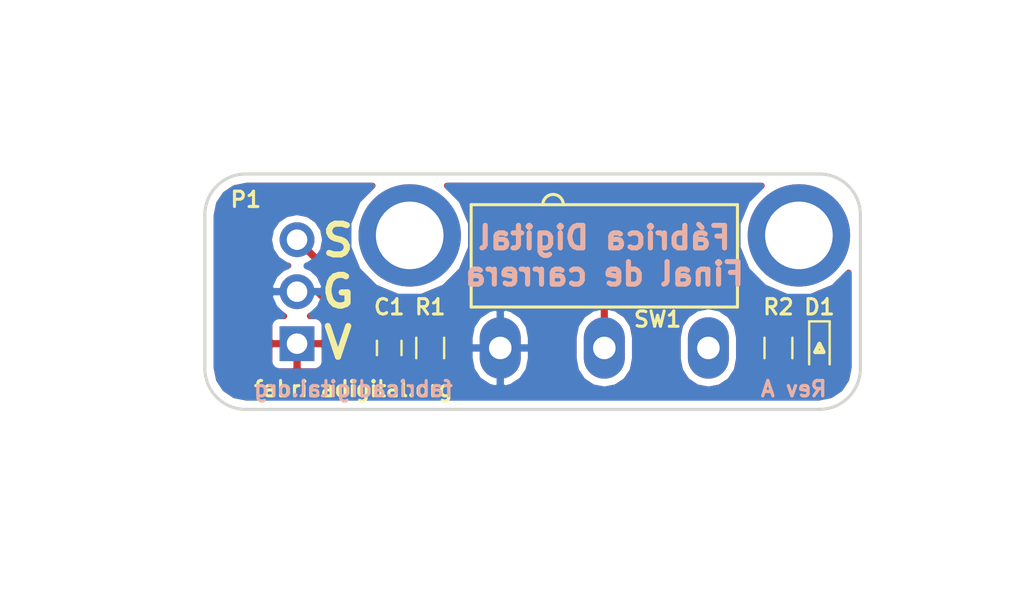
<source format=kicad_pcb>
(kicad_pcb (version 4) (host pcbnew 4.0.6-e0-6349~53~ubuntu16.04.1)

  (general
    (links 9)
    (no_connects 0)
    (area 115 90 168.35 120.000001)
    (thickness 1.6)
    (drawings 23)
    (tracks 33)
    (zones 0)
    (modules 8)
    (nets 6)
  )

  (page A4)
  (layers
    (0 F.Cu signal)
    (31 B.Cu signal)
    (32 B.Adhes user)
    (33 F.Adhes user)
    (34 B.Paste user)
    (35 F.Paste user)
    (36 B.SilkS user)
    (37 F.SilkS user)
    (38 B.Mask user)
    (39 F.Mask user)
    (40 Dwgs.User user)
    (41 Cmts.User user hide)
    (42 Eco1.User user)
    (43 Eco2.User user)
    (44 Edge.Cuts user)
    (45 Margin user)
    (46 B.CrtYd user)
    (47 F.CrtYd user)
    (48 B.Fab user hide)
    (49 F.Fab user hide)
  )

  (setup
    (last_trace_width 0.35)
    (user_trace_width 0.35)
    (user_trace_width 0.8)
    (trace_clearance 0.2)
    (zone_clearance 0.35)
    (zone_45_only no)
    (trace_min 0.2)
    (segment_width 0.2)
    (edge_width 0.15)
    (via_size 0.6)
    (via_drill 0.3)
    (via_min_size 0.4)
    (via_min_drill 0.3)
    (user_via 0.6 0.3)
    (user_via 1.2 0.6)
    (uvia_size 0.3)
    (uvia_drill 0.1)
    (uvias_allowed no)
    (uvia_min_size 0.2)
    (uvia_min_drill 0.1)
    (pcb_text_width 0.3)
    (pcb_text_size 1.5 1.5)
    (mod_edge_width 0.15)
    (mod_text_size 1 1)
    (mod_text_width 0.15)
    (pad_size 1.524 1.524)
    (pad_drill 0.762)
    (pad_to_mask_clearance 0.2)
    (aux_axis_origin 125 110)
    (grid_origin 125 110)
    (visible_elements FFFFFF7F)
    (pcbplotparams
      (layerselection 0x010fc_80000001)
      (usegerberextensions true)
      (excludeedgelayer true)
      (linewidth 0.100000)
      (plotframeref false)
      (viasonmask false)
      (mode 1)
      (useauxorigin true)
      (hpglpennumber 1)
      (hpglpenspeed 20)
      (hpglpendiameter 15)
      (hpglpenoverlay 2)
      (psnegative false)
      (psa4output false)
      (plotreference true)
      (plotvalue true)
      (plotinvisibletext false)
      (padsonsilk false)
      (subtractmaskfromsilk false)
      (outputformat 1)
      (mirror false)
      (drillshape 0)
      (scaleselection 1)
      (outputdirectory fab))
  )

  (net 0 "")
  (net 1 /SIGNAL)
  (net 2 GNDREF)
  (net 3 "Net-(D1-Pad2)")
  (net 4 VCC)
  (net 5 "Net-(SW1-Pad3)")

  (net_class Default "This is the default net class."
    (clearance 0.2)
    (trace_width 0.35)
    (via_dia 0.6)
    (via_drill 0.3)
    (uvia_dia 0.3)
    (uvia_drill 0.1)
    (add_net /SIGNAL)
    (add_net GNDREF)
    (add_net "Net-(D1-Pad2)")
    (add_net "Net-(SW1-Pad3)")
    (add_net VCC)
  )

  (module Pin_Headers:Pin_Header_Angled_1x03_Pitch2.54mm (layer F.Cu) (tedit 58C13BBC) (tstamp 58BFFFD7)
    (at 129.5 106.79 180)
    (descr "Through hole angled pin header, 1x03, 2.54mm pitch, 6mm pin length, single row")
    (tags "Through hole angled pin header THT 1x03 2.54mm single row")
    (path /58BFF021)
    (fp_text reference P1 (at 2.5 7.04 180) (layer F.SilkS)
      (effects (font (size 0.75 0.75) (thickness 0.15)))
    )
    (fp_text value CONN_01X03 (at 4.315 7.35 180) (layer F.Fab)
      (effects (font (size 1 1) (thickness 0.15)))
    )
    (fp_line (start 1.4 -1.27) (end 1.4 1.27) (layer F.Fab) (width 0.1))
    (fp_line (start 1.4 1.27) (end 3.9 1.27) (layer F.Fab) (width 0.1))
    (fp_line (start 3.9 1.27) (end 3.9 -1.27) (layer F.Fab) (width 0.1))
    (fp_line (start 3.9 -1.27) (end 1.4 -1.27) (layer F.Fab) (width 0.1))
    (fp_line (start 0 -0.32) (end 0 0.32) (layer F.Fab) (width 0.1))
    (fp_line (start 0 0.32) (end 9.9 0.32) (layer F.Fab) (width 0.1))
    (fp_line (start 9.9 0.32) (end 9.9 -0.32) (layer F.Fab) (width 0.1))
    (fp_line (start 9.9 -0.32) (end 0 -0.32) (layer F.Fab) (width 0.1))
    (fp_line (start 1.4 1.27) (end 1.4 3.81) (layer F.Fab) (width 0.1))
    (fp_line (start 1.4 3.81) (end 3.9 3.81) (layer F.Fab) (width 0.1))
    (fp_line (start 3.9 3.81) (end 3.9 1.27) (layer F.Fab) (width 0.1))
    (fp_line (start 3.9 1.27) (end 1.4 1.27) (layer F.Fab) (width 0.1))
    (fp_line (start 0 2.22) (end 0 2.86) (layer F.Fab) (width 0.1))
    (fp_line (start 0 2.86) (end 9.9 2.86) (layer F.Fab) (width 0.1))
    (fp_line (start 9.9 2.86) (end 9.9 2.22) (layer F.Fab) (width 0.1))
    (fp_line (start 9.9 2.22) (end 0 2.22) (layer F.Fab) (width 0.1))
    (fp_line (start 1.4 3.81) (end 1.4 6.35) (layer F.Fab) (width 0.1))
    (fp_line (start 1.4 6.35) (end 3.9 6.35) (layer F.Fab) (width 0.1))
    (fp_line (start 3.9 6.35) (end 3.9 3.81) (layer F.Fab) (width 0.1))
    (fp_line (start 3.9 3.81) (end 1.4 3.81) (layer F.Fab) (width 0.1))
    (fp_line (start 0 4.76) (end 0 5.4) (layer F.Fab) (width 0.1))
    (fp_line (start 0 5.4) (end 9.9 5.4) (layer F.Fab) (width 0.1))
    (fp_line (start 9.9 5.4) (end 9.9 4.76) (layer F.Fab) (width 0.1))
    (fp_line (start 9.9 4.76) (end 0 4.76) (layer F.Fab) (width 0.1))
    (fp_line (start -1.6 -1.6) (end -1.6 6.6) (layer F.CrtYd) (width 0.05))
    (fp_line (start -1.6 6.6) (end 10.2 6.6) (layer F.CrtYd) (width 0.05))
    (fp_line (start 10.2 6.6) (end 10.2 -1.6) (layer F.CrtYd) (width 0.05))
    (fp_line (start 10.2 -1.6) (end -1.6 -1.6) (layer F.CrtYd) (width 0.05))
    (pad 1 thru_hole rect (at 0 0 180) (size 1.7 1.7) (drill 1) (layers *.Cu *.Mask)
      (net 4 VCC))
    (pad 2 thru_hole oval (at 0 2.54 180) (size 1.7 1.7) (drill 1) (layers *.Cu *.Mask)
      (net 2 GNDREF))
    (pad 3 thru_hole oval (at 0 5.08 180) (size 1.7 1.7) (drill 1) (layers *.Cu *.Mask)
      (net 1 /SIGNAL))
    (model Pin_Headers.3dshapes/Pin_Header_Angled_1x03_Pitch2.54mm.wrl
      (at (xyz 0 -0.1 0))
      (scale (xyz 1 1 1))
      (rotate (xyz 0 0 90))
    )
  )

  (module Capacitors_SMD:C_0603 (layer F.Cu) (tedit 58C13619) (tstamp 58BFFFCA)
    (at 134 107 270)
    (descr "Capacitor SMD 0603, reflow soldering, AVX (see smccp.pdf)")
    (tags "capacitor 0603")
    (path /58C011B7)
    (attr smd)
    (fp_text reference C1 (at -2 0 360) (layer F.SilkS)
      (effects (font (size 0.75 0.75) (thickness 0.15)))
    )
    (fp_text value 100n (at 0 1.5 270) (layer F.Fab) hide
      (effects (font (size 1 1) (thickness 0.15)))
    )
    (fp_text user %R (at 0 -1.5 270) (layer F.Fab) hide
      (effects (font (size 1 1) (thickness 0.15)))
    )
    (fp_line (start -0.8 0.4) (end -0.8 -0.4) (layer F.Fab) (width 0.1))
    (fp_line (start 0.8 0.4) (end -0.8 0.4) (layer F.Fab) (width 0.1))
    (fp_line (start 0.8 -0.4) (end 0.8 0.4) (layer F.Fab) (width 0.1))
    (fp_line (start -0.8 -0.4) (end 0.8 -0.4) (layer F.Fab) (width 0.1))
    (fp_line (start -0.35 -0.6) (end 0.35 -0.6) (layer F.SilkS) (width 0.12))
    (fp_line (start 0.35 0.6) (end -0.35 0.6) (layer F.SilkS) (width 0.12))
    (fp_line (start -1.4 -0.65) (end 1.4 -0.65) (layer F.CrtYd) (width 0.05))
    (fp_line (start -1.4 -0.65) (end -1.4 0.65) (layer F.CrtYd) (width 0.05))
    (fp_line (start 1.4 0.65) (end 1.4 -0.65) (layer F.CrtYd) (width 0.05))
    (fp_line (start 1.4 0.65) (end -1.4 0.65) (layer F.CrtYd) (width 0.05))
    (pad 1 smd rect (at -0.75 0 270) (size 0.8 0.75) (layers F.Cu F.Paste F.Mask)
      (net 1 /SIGNAL))
    (pad 2 smd rect (at 0.75 0 270) (size 0.8 0.75) (layers F.Cu F.Paste F.Mask)
      (net 2 GNDREF))
    (model Capacitors_SMD.3dshapes/C_0603.wrl
      (at (xyz 0 0 0))
      (scale (xyz 1 1 1))
      (rotate (xyz 0 0 0))
    )
  )

  (module LEDs:LED_0603 (layer F.Cu) (tedit 58C13638) (tstamp 58BFFFD0)
    (at 155 107 270)
    (descr "LED 0603 smd package")
    (tags "LED led 0603 SMD smd SMT smt smdled SMDLED smtled SMTLED")
    (path /58BFF4A0)
    (attr smd)
    (fp_text reference D1 (at -2 0 360) (layer F.SilkS)
      (effects (font (size 0.75 0.75) (thickness 0.15)))
    )
    (fp_text value LED (at 0 1.35 270) (layer F.Fab) hide
      (effects (font (size 1 1) (thickness 0.15)))
    )
    (fp_line (start -1.3 -0.5) (end -1.3 0.5) (layer F.SilkS) (width 0.12))
    (fp_line (start -0.2 -0.2) (end -0.2 0.2) (layer F.Fab) (width 0.1))
    (fp_line (start -0.15 0) (end 0.15 -0.2) (layer F.Fab) (width 0.1))
    (fp_line (start 0.15 0.2) (end -0.15 0) (layer F.Fab) (width 0.1))
    (fp_line (start 0.15 -0.2) (end 0.15 0.2) (layer F.Fab) (width 0.1))
    (fp_line (start 0.8 0.4) (end -0.8 0.4) (layer F.Fab) (width 0.1))
    (fp_line (start 0.8 -0.4) (end 0.8 0.4) (layer F.Fab) (width 0.1))
    (fp_line (start -0.8 -0.4) (end 0.8 -0.4) (layer F.Fab) (width 0.1))
    (fp_line (start -0.8 0.4) (end -0.8 -0.4) (layer F.Fab) (width 0.1))
    (fp_line (start -1.3 0.5) (end 0.8 0.5) (layer F.SilkS) (width 0.12))
    (fp_line (start -1.3 -0.5) (end 0.8 -0.5) (layer F.SilkS) (width 0.12))
    (fp_line (start 1.45 -0.65) (end 1.45 0.65) (layer F.CrtYd) (width 0.05))
    (fp_line (start 1.45 0.65) (end -1.45 0.65) (layer F.CrtYd) (width 0.05))
    (fp_line (start -1.45 0.65) (end -1.45 -0.65) (layer F.CrtYd) (width 0.05))
    (fp_line (start -1.45 -0.65) (end 1.45 -0.65) (layer F.CrtYd) (width 0.05))
    (pad 2 smd rect (at 0.8 0 90) (size 0.8 0.8) (layers F.Cu F.Paste F.Mask)
      (net 3 "Net-(D1-Pad2)"))
    (pad 1 smd rect (at -0.8 0 90) (size 0.8 0.8) (layers F.Cu F.Paste F.Mask)
      (net 1 /SIGNAL))
    (model LEDs.3dshapes/LED_0603.wrl
      (at (xyz 0 0 0))
      (scale (xyz 1 1 1))
      (rotate (xyz 0 0 180))
    )
  )

  (module Resistors_SMD:R_0603 (layer F.Cu) (tedit 58C13621) (tstamp 58BFFFDD)
    (at 136 107 90)
    (descr "Resistor SMD 0603, reflow soldering, Vishay (see dcrcw.pdf)")
    (tags "resistor 0603")
    (path /58BFF3DC)
    (attr smd)
    (fp_text reference R1 (at 2 0 180) (layer F.SilkS)
      (effects (font (size 0.75 0.75) (thickness 0.15)))
    )
    (fp_text value 10K (at 0 1.5 90) (layer F.Fab) hide
      (effects (font (size 1 1) (thickness 0.15)))
    )
    (fp_text user %R (at 0 -1.45 90) (layer F.Fab) hide
      (effects (font (size 1 1) (thickness 0.15)))
    )
    (fp_line (start -0.8 0.4) (end -0.8 -0.4) (layer F.Fab) (width 0.1))
    (fp_line (start 0.8 0.4) (end -0.8 0.4) (layer F.Fab) (width 0.1))
    (fp_line (start 0.8 -0.4) (end 0.8 0.4) (layer F.Fab) (width 0.1))
    (fp_line (start -0.8 -0.4) (end 0.8 -0.4) (layer F.Fab) (width 0.1))
    (fp_line (start 0.5 0.68) (end -0.5 0.68) (layer F.SilkS) (width 0.12))
    (fp_line (start -0.5 -0.68) (end 0.5 -0.68) (layer F.SilkS) (width 0.12))
    (fp_line (start -1.25 -0.7) (end 1.25 -0.7) (layer F.CrtYd) (width 0.05))
    (fp_line (start -1.25 -0.7) (end -1.25 0.7) (layer F.CrtYd) (width 0.05))
    (fp_line (start 1.25 0.7) (end 1.25 -0.7) (layer F.CrtYd) (width 0.05))
    (fp_line (start 1.25 0.7) (end -1.25 0.7) (layer F.CrtYd) (width 0.05))
    (pad 1 smd rect (at -0.75 0 90) (size 0.5 0.9) (layers F.Cu F.Paste F.Mask)
      (net 4 VCC))
    (pad 2 smd rect (at 0.75 0 90) (size 0.5 0.9) (layers F.Cu F.Paste F.Mask)
      (net 1 /SIGNAL))
    (model Resistors_SMD.3dshapes/R_0603.wrl
      (at (xyz 0 0 0))
      (scale (xyz 1 1 1))
      (rotate (xyz 0 0 0))
    )
  )

  (module Resistors_SMD:R_0603 (layer F.Cu) (tedit 58C1362F) (tstamp 58BFFFE3)
    (at 153 107 270)
    (descr "Resistor SMD 0603, reflow soldering, Vishay (see dcrcw.pdf)")
    (tags "resistor 0603")
    (path /58BFF45F)
    (attr smd)
    (fp_text reference R2 (at -2 0 360) (layer F.SilkS)
      (effects (font (size 0.75 0.75) (thickness 0.15)))
    )
    (fp_text value 1K (at 0 1.5 270) (layer F.Fab) hide
      (effects (font (size 1 1) (thickness 0.15)))
    )
    (fp_text user %R (at 0 -1.45 270) (layer F.Fab) hide
      (effects (font (size 1 1) (thickness 0.15)))
    )
    (fp_line (start -0.8 0.4) (end -0.8 -0.4) (layer F.Fab) (width 0.1))
    (fp_line (start 0.8 0.4) (end -0.8 0.4) (layer F.Fab) (width 0.1))
    (fp_line (start 0.8 -0.4) (end 0.8 0.4) (layer F.Fab) (width 0.1))
    (fp_line (start -0.8 -0.4) (end 0.8 -0.4) (layer F.Fab) (width 0.1))
    (fp_line (start 0.5 0.68) (end -0.5 0.68) (layer F.SilkS) (width 0.12))
    (fp_line (start -0.5 -0.68) (end 0.5 -0.68) (layer F.SilkS) (width 0.12))
    (fp_line (start -1.25 -0.7) (end 1.25 -0.7) (layer F.CrtYd) (width 0.05))
    (fp_line (start -1.25 -0.7) (end -1.25 0.7) (layer F.CrtYd) (width 0.05))
    (fp_line (start 1.25 0.7) (end 1.25 -0.7) (layer F.CrtYd) (width 0.05))
    (fp_line (start 1.25 0.7) (end -1.25 0.7) (layer F.CrtYd) (width 0.05))
    (pad 1 smd rect (at -0.75 0 270) (size 0.5 0.9) (layers F.Cu F.Paste F.Mask)
      (net 4 VCC))
    (pad 2 smd rect (at 0.75 0 270) (size 0.5 0.9) (layers F.Cu F.Paste F.Mask)
      (net 3 "Net-(D1-Pad2)"))
    (model Resistors_SMD.3dshapes/R_0603.wrl
      (at (xyz 0 0 0))
      (scale (xyz 1 1 1))
      (rotate (xyz 0 0 0))
    )
  )

  (module holes:HOLE_M3 (layer F.Cu) (tedit 58C1223C) (tstamp 58C00E15)
    (at 154 101.5)
    (fp_text reference REF** (at 0 0.5) (layer F.SilkS) hide
      (effects (font (size 1 1) (thickness 0.15)))
    )
    (fp_text value HOLE_M3 (at 0 -0.5) (layer F.Fab)
      (effects (font (size 1 1) (thickness 0.15)))
    )
    (pad "" thru_hole circle (at 0 0) (size 5 5) (drill 3.3) (layers *.Cu))
  )

  (module holes:HOLE_M3 (layer F.Cu) (tedit 58C12232) (tstamp 58C00E23)
    (at 135 101.5)
    (fp_text reference REF** (at 0 0.5) (layer F.SilkS) hide
      (effects (font (size 1 1) (thickness 0.15)))
    )
    (fp_text value HOLE_M3 (at 0 -0.5) (layer F.Fab)
      (effects (font (size 1 1) (thickness 0.15)))
    )
    (pad "" thru_hole circle (at 0 0) (size 5 5) (drill 3.3) (layers *.Cu))
  )

  (module e-switch:E-SWITCH_SS_LA (layer F.Cu) (tedit 58DA6E88) (tstamp 58BFFFEF)
    (at 144.5 107)
    (path /58BFFF35)
    (fp_text reference SW1 (at 2.6 -1.4) (layer F.SilkS)
      (effects (font (size 0.75 0.75) (thickness 0.15)))
    )
    (fp_text value LimitSwitch (at 0 -3) (layer F.Fab)
      (effects (font (size 1 1) (thickness 0.15)))
    )
    (fp_arc (start -2.5 -7) (end -3 -7) (angle 180) (layer F.SilkS) (width 0.15))
    (fp_line (start -6.5 -7) (end -6.5 -2) (layer F.SilkS) (width 0.15))
    (fp_line (start 6.5 -7) (end -6.5 -7) (layer F.SilkS) (width 0.15))
    (fp_line (start 6.5 -2) (end 6.5 -7) (layer F.SilkS) (width 0.15))
    (fp_line (start -6.5 -2) (end 6.5 -2) (layer F.SilkS) (width 0.15))
    (pad 1 thru_hole oval (at -5.08 0) (size 2 3) (drill 1.1) (layers *.Cu *.Mask)
      (net 2 GNDREF))
    (pad 2 thru_hole oval (at 0 0) (size 2 3) (drill 1.1) (layers *.Cu *.Mask)
      (net 1 /SIGNAL))
    (pad 3 thru_hole oval (at 5.08 0) (size 2 3) (drill 1.1) (layers *.Cu *.Mask)
      (net 5 "Net-(SW1-Pad3)"))
  )

  (gr_line (start 154.8 107.2) (end 155.2 107.2) (layer F.SilkS) (width 0.2))
  (gr_line (start 155 106.8) (end 155.2 107.2) (layer F.SilkS) (width 0.2))
  (gr_line (start 155 106.8) (end 154.8 107.2) (layer F.SilkS) (width 0.2))
  (gr_text "Rev A" (at 153.75 109) (layer B.SilkS)
    (effects (font (size 0.75 0.75) (thickness 0.16)) (justify mirror))
  )
  (gr_text fabricadigital.org (at 132.25 109) (layer B.SilkS) (tstamp 58C13AD6)
    (effects (font (size 0.75 0.75) (thickness 0.15)) (justify mirror))
  )
  (gr_text "Fábrica Digital\nFinal de carrera" (at 144.5 102.5) (layer B.SilkS)
    (effects (font (size 1.1 1.1) (thickness 0.25)) (justify mirror))
  )
  (gr_text fabricadigital.org (at 132.25 109) (layer F.SilkS)
    (effects (font (size 0.75 0.75) (thickness 0.15)))
  )
  (gr_arc (start 127 100.5) (end 125 100.5) (angle 90) (layer Edge.Cuts) (width 0.15))
  (gr_arc (start 127 108) (end 127 110) (angle 90) (layer Edge.Cuts) (width 0.15))
  (gr_arc (start 155 100.5) (end 155 98.5) (angle 90) (layer Edge.Cuts) (width 0.15))
  (gr_arc (start 155 108) (end 157 108) (angle 90) (layer Edge.Cuts) (width 0.15))
  (gr_text V (at 131.5 106.75) (layer F.SilkS)
    (effects (font (size 1.5 1.5) (thickness 0.3)))
  )
  (gr_text G (at 131.5 104.25) (layer F.SilkS)
    (effects (font (size 1.5 1.5) (thickness 0.3)))
  )
  (gr_text S (at 131.5 101.75) (layer F.SilkS)
    (effects (font (size 1.5 1.5) (thickness 0.3)))
  )
  (dimension 11.5 (width 0.3) (layer Cmts.User)
    (gr_text "11,500 mm" (at 161.85 99.75 270) (layer Cmts.User)
      (effects (font (size 1.5 1.5) (thickness 0.3)))
    )
    (feature1 (pts (xy 159 105.5) (xy 163.2 105.5)))
    (feature2 (pts (xy 159 94) (xy 163.2 94)))
    (crossbar (pts (xy 160.5 94) (xy 160.5 105.5)))
    (arrow1a (pts (xy 160.5 105.5) (xy 159.913579 104.373496)))
    (arrow1b (pts (xy 160.5 105.5) (xy 161.086421 104.373496)))
    (arrow2a (pts (xy 160.5 94) (xy 159.913579 95.126504)))
    (arrow2b (pts (xy 160.5 94) (xy 161.086421 95.126504)))
  )
  (dimension 32 (width 0.3) (layer Cmts.User)
    (gr_text "32,000 mm" (at 143 108.349999) (layer Cmts.User)
      (effects (font (size 1.5 1.5) (thickness 0.3)))
    )
    (feature1 (pts (xy 159 105.5) (xy 159 109.699999)))
    (feature2 (pts (xy 127 105.5) (xy 127 109.699999)))
    (crossbar (pts (xy 127 106.999999) (xy 159 106.999999)))
    (arrow1a (pts (xy 159 106.999999) (xy 157.873496 107.58642)))
    (arrow1b (pts (xy 159 106.999999) (xy 157.873496 106.413578)))
    (arrow2a (pts (xy 127 106.999999) (xy 128.126504 107.58642)))
    (arrow2b (pts (xy 127 106.999999) (xy 128.126504 106.413578)))
  )
  (gr_line (start 159.5 94) (end 159.5 110) (layer Cmts.User) (width 0.2))
  (gr_line (start 120 110) (end 120 94) (layer Cmts.User) (width 0.2))
  (gr_line (start 159.5 110) (end 120 110) (layer Cmts.User) (width 0.2))
  (gr_line (start 127 110) (end 155 110) (layer Edge.Cuts) (width 0.15))
  (gr_line (start 155 98.5) (end 127 98.5) (layer Edge.Cuts) (width 0.15))
  (gr_line (start 157 108) (end 157 100.5) (layer Edge.Cuts) (width 0.15))
  (gr_line (start 125 108) (end 125 100.5) (layer Edge.Cuts) (width 0.15))

  (segment (start 132.6 106) (end 132.85 106.25) (width 0.35) (layer F.Cu) (net 1))
  (segment (start 132.85 106.25) (end 134 106.25) (width 0.35) (layer F.Cu) (net 1))
  (segment (start 132.6 104.81) (end 132.6 106) (width 0.35) (layer F.Cu) (net 1))
  (segment (start 132.29 104.5) (end 132.6 104.81) (width 0.35) (layer F.Cu) (net 1))
  (segment (start 132.29 104.5) (end 132.29 104.515) (width 0.35) (layer F.Cu) (net 1))
  (segment (start 129.5 101.71) (end 132.29 104.5) (width 0.35) (layer F.Cu) (net 1))
  (segment (start 136 106.25) (end 136.8 106.25) (width 0.35) (layer F.Cu) (net 1))
  (segment (start 138.5 104.5) (end 144.1 104.5) (width 0.35) (layer F.Cu) (net 1))
  (segment (start 138.5 104.55) (end 138.5 104.5) (width 0.35) (layer F.Cu) (net 1))
  (segment (start 136.8 106.25) (end 138.5 104.55) (width 0.35) (layer F.Cu) (net 1))
  (segment (start 134 106.25) (end 136 106.25) (width 0.35) (layer F.Cu) (net 1))
  (segment (start 154.55 105) (end 151.25 105) (width 0.35) (layer F.Cu) (net 1))
  (segment (start 151.25 105) (end 150.75 104.5) (width 0.35) (layer F.Cu) (net 1))
  (segment (start 155 106.2) (end 155 105.45) (width 0.35) (layer F.Cu) (net 1))
  (segment (start 155 105.45) (end 154.55 105) (width 0.35) (layer F.Cu) (net 1))
  (segment (start 144.1 104.5) (end 144.5 104.9) (width 0.35) (layer F.Cu) (net 1))
  (segment (start 150.75 104.5) (end 144.9 104.5) (width 0.35) (layer F.Cu) (net 1))
  (segment (start 144.9 104.5) (end 144.5 104.9) (width 0.35) (layer F.Cu) (net 1))
  (segment (start 144.5 107) (end 144.5 104.9) (width 0.35) (layer F.Cu) (net 1))
  (segment (start 129.5 104.25) (end 130.5 104.25) (width 0.35) (layer F.Cu) (net 2))
  (segment (start 130.5 104.25) (end 131.75 105.5) (width 0.35) (layer F.Cu) (net 2))
  (segment (start 131.75 105.5) (end 131.75 106.75) (width 0.35) (layer F.Cu) (net 2))
  (segment (start 131.75 106.75) (end 132.75 107.75) (width 0.35) (layer F.Cu) (net 2))
  (segment (start 132.75 107.75) (end 134 107.75) (width 0.35) (layer F.Cu) (net 2))
  (segment (start 153 107.75) (end 154.95 107.75) (width 0.35) (layer F.Cu) (net 3))
  (segment (start 154.95 107.75) (end 155 107.8) (width 0.35) (layer F.Cu) (net 3))
  (segment (start 150.75 109.25) (end 151.5 108.5) (width 0.35) (layer F.Cu) (net 4))
  (segment (start 129.5 106.79) (end 129.5 108.5) (width 0.35) (layer F.Cu) (net 4))
  (segment (start 129.5 108.5) (end 130.25 109.25) (width 0.35) (layer F.Cu) (net 4))
  (segment (start 130.25 109.25) (end 150.75 109.25) (width 0.35) (layer F.Cu) (net 4))
  (segment (start 153 106.25) (end 152.2 106.25) (width 0.35) (layer F.Cu) (net 4))
  (segment (start 152.2 106.25) (end 151.5 106.95) (width 0.35) (layer F.Cu) (net 4))
  (segment (start 151.5 106.95) (end 151.5 108.5) (width 0.35) (layer F.Cu) (net 4))

  (zone (net 4) (net_name VCC) (layer F.Cu) (tstamp 0) (hatch edge 0.508)
    (connect_pads (clearance 0.35))
    (min_thickness 0.3)
    (fill yes (arc_segments 16) (thermal_gap 0.35) (thermal_bridge_width 0.35))
    (polygon
      (pts
        (xy 120 95) (xy 160 95) (xy 160 115) (xy 120 115)
      )
    )
    (filled_polygon
      (pts
        (xy 132.458207 99.798418) (xy 132.000522 100.900645) (xy 131.999481 102.094119) (xy 132.455241 103.197143) (xy 133.298418 104.041793)
        (xy 134.400645 104.499478) (xy 135.594119 104.500519) (xy 136.697143 104.044759) (xy 137.541793 103.201582) (xy 137.999478 102.099355)
        (xy 138.000519 100.905881) (xy 137.544759 99.802857) (xy 136.818171 99.075) (xy 152.182889 99.075) (xy 151.458207 99.798418)
        (xy 151.000522 100.900645) (xy 150.999481 102.094119) (xy 151.455241 103.197143) (xy 152.298418 104.041793) (xy 152.980456 104.325)
        (xy 151.529594 104.325) (xy 151.227297 104.022703) (xy 151.008312 103.876381) (xy 150.75 103.825) (xy 144.9 103.825)
        (xy 144.641689 103.876381) (xy 144.641687 103.876382) (xy 144.641688 103.876382) (xy 144.5 103.971055) (xy 144.358312 103.876381)
        (xy 144.1 103.825) (xy 138.5 103.825) (xy 138.241689 103.876381) (xy 138.022703 104.022703) (xy 137.922019 104.173387)
        (xy 136.579065 105.516341) (xy 136.45 105.490205) (xy 135.55 105.490205) (xy 135.364711 105.525069) (xy 135.287117 105.575)
        (xy 134.792203 105.575) (xy 134.740425 105.494535) (xy 134.573339 105.38037) (xy 134.375 105.340205) (xy 133.625 105.340205)
        (xy 133.439711 105.375069) (xy 133.275 105.481058) (xy 133.275 104.81) (xy 133.264719 104.758312) (xy 133.223619 104.551688)
        (xy 133.077297 104.332703) (xy 130.806458 102.061864) (xy 130.876448 101.71) (xy 130.773685 101.193377) (xy 130.481042 100.755406)
        (xy 130.043071 100.462763) (xy 129.526448 100.36) (xy 129.473552 100.36) (xy 128.956929 100.462763) (xy 128.518958 100.755406)
        (xy 128.226315 101.193377) (xy 128.123552 101.71) (xy 128.226315 102.226623) (xy 128.518958 102.664594) (xy 128.956929 102.957237)
        (xy 129.071366 102.98) (xy 128.956929 103.002763) (xy 128.518958 103.295406) (xy 128.226315 103.733377) (xy 128.123552 104.25)
        (xy 128.226315 104.766623) (xy 128.518958 105.204594) (xy 128.871268 105.44) (xy 128.550544 105.44) (xy 128.366773 105.51612)
        (xy 128.226121 105.656773) (xy 128.15 105.840544) (xy 128.15 106.64) (xy 128.275 106.765) (xy 129.475 106.765)
        (xy 129.475 106.745) (xy 129.525 106.745) (xy 129.525 106.765) (xy 130.725 106.765) (xy 130.85 106.64)
        (xy 130.85 105.840544) (xy 130.773879 105.656773) (xy 130.633227 105.51612) (xy 130.449456 105.44) (xy 130.128732 105.44)
        (xy 130.481042 105.204594) (xy 130.488636 105.19323) (xy 131.075 105.779594) (xy 131.075 106.75) (xy 131.126381 107.008312)
        (xy 131.272703 107.227297) (xy 132.272703 108.227297) (xy 132.491689 108.373619) (xy 132.75 108.425) (xy 133.207797 108.425)
        (xy 133.259575 108.505465) (xy 133.426661 108.61963) (xy 133.625 108.659795) (xy 134.375 108.659795) (xy 134.560289 108.624931)
        (xy 134.730465 108.515425) (xy 134.84463 108.348339) (xy 134.884795 108.15) (xy 134.884795 107.9) (xy 135.05 107.9)
        (xy 135.05 108.099456) (xy 135.12612 108.283227) (xy 135.266773 108.423879) (xy 135.450544 108.5) (xy 135.85 108.5)
        (xy 135.975 108.375) (xy 135.975 107.775) (xy 136.025 107.775) (xy 136.025 108.375) (xy 136.15 108.5)
        (xy 136.549456 108.5) (xy 136.733227 108.423879) (xy 136.87388 108.283227) (xy 136.95 108.099456) (xy 136.95 107.9)
        (xy 136.825 107.775) (xy 136.025 107.775) (xy 135.975 107.775) (xy 135.175 107.775) (xy 135.05 107.9)
        (xy 134.884795 107.9) (xy 134.884795 107.35) (xy 134.849931 107.164711) (xy 134.742517 106.997786) (xy 134.79225 106.925)
        (xy 135.286343 106.925) (xy 135.351661 106.96963) (xy 135.501631 107) (xy 135.450544 107) (xy 135.266773 107.076121)
        (xy 135.12612 107.216773) (xy 135.05 107.400544) (xy 135.05 107.6) (xy 135.175 107.725) (xy 135.975 107.725)
        (xy 135.975 107.705) (xy 136.025 107.705) (xy 136.025 107.725) (xy 136.825 107.725) (xy 136.95 107.6)
        (xy 136.95 107.400544) (xy 136.87388 107.216773) (xy 136.733227 107.076121) (xy 136.549456 107) (xy 136.502057 107)
        (xy 136.635289 106.974931) (xy 136.712883 106.925) (xy 136.8 106.925) (xy 137.058312 106.873619) (xy 137.277297 106.727297)
        (xy 138.013418 105.991176) (xy 137.92 106.460818) (xy 137.92 107.539182) (xy 138.034181 108.113207) (xy 138.35934 108.599842)
        (xy 138.845975 108.925001) (xy 139.42 109.039182) (xy 139.994025 108.925001) (xy 140.48066 108.599842) (xy 140.805819 108.113207)
        (xy 140.92 107.539182) (xy 140.92 106.460818) (xy 140.805819 105.886793) (xy 140.48066 105.400158) (xy 140.143687 105.175)
        (xy 143.776313 105.175) (xy 143.43934 105.400158) (xy 143.114181 105.886793) (xy 143 106.460818) (xy 143 107.539182)
        (xy 143.114181 108.113207) (xy 143.43934 108.599842) (xy 143.925975 108.925001) (xy 144.5 109.039182) (xy 145.074025 108.925001)
        (xy 145.56066 108.599842) (xy 145.885819 108.113207) (xy 146 107.539182) (xy 146 106.460818) (xy 145.885819 105.886793)
        (xy 145.56066 105.400158) (xy 145.223687 105.175) (xy 148.856313 105.175) (xy 148.51934 105.400158) (xy 148.194181 105.886793)
        (xy 148.08 106.460818) (xy 148.08 107.539182) (xy 148.194181 108.113207) (xy 148.51934 108.599842) (xy 149.005975 108.925001)
        (xy 149.58 109.039182) (xy 150.154025 108.925001) (xy 150.64066 108.599842) (xy 150.965819 108.113207) (xy 151.08 107.539182)
        (xy 151.08 106.460818) (xy 150.965819 105.886793) (xy 150.64066 105.400158) (xy 150.303687 105.175) (xy 150.470406 105.175)
        (xy 150.772703 105.477297) (xy 150.991688 105.623619) (xy 151.25 105.675) (xy 152.167893 105.675) (xy 152.12612 105.716773)
        (xy 152.05 105.900544) (xy 152.05 106.1) (xy 152.175 106.225) (xy 152.975 106.225) (xy 152.975 106.205)
        (xy 153.025 106.205) (xy 153.025 106.225) (xy 153.825 106.225) (xy 153.95 106.1) (xy 153.95 105.900544)
        (xy 153.87388 105.716773) (xy 153.832107 105.675) (xy 154.115518 105.675) (xy 154.090205 105.8) (xy 154.090205 106.6)
        (xy 154.125069 106.785289) (xy 154.234575 106.955465) (xy 154.299032 106.999507) (xy 154.244535 107.034575) (xy 154.216914 107.075)
        (xy 153.713657 107.075) (xy 153.648339 107.03037) (xy 153.498369 107) (xy 153.549456 107) (xy 153.733227 106.923879)
        (xy 153.87388 106.783227) (xy 153.95 106.599456) (xy 153.95 106.4) (xy 153.825 106.275) (xy 153.025 106.275)
        (xy 153.025 106.295) (xy 152.975 106.295) (xy 152.975 106.275) (xy 152.175 106.275) (xy 152.05 106.4)
        (xy 152.05 106.599456) (xy 152.12612 106.783227) (xy 152.266773 106.923879) (xy 152.450544 107) (xy 152.497943 107)
        (xy 152.364711 107.025069) (xy 152.194535 107.134575) (xy 152.08037 107.301661) (xy 152.040205 107.5) (xy 152.040205 108)
        (xy 152.075069 108.185289) (xy 152.184575 108.355465) (xy 152.351661 108.46963) (xy 152.55 108.509795) (xy 153.45 108.509795)
        (xy 153.635289 108.474931) (xy 153.712883 108.425) (xy 154.150623 108.425) (xy 154.234575 108.555465) (xy 154.401661 108.66963)
        (xy 154.6 108.709795) (xy 155.4 108.709795) (xy 155.585289 108.674931) (xy 155.755465 108.565425) (xy 155.86963 108.398339)
        (xy 155.909795 108.2) (xy 155.909795 107.4) (xy 155.874931 107.214711) (xy 155.765425 107.044535) (xy 155.700968 107.000493)
        (xy 155.755465 106.965425) (xy 155.86963 106.798339) (xy 155.909795 106.6) (xy 155.909795 105.8) (xy 155.874931 105.614711)
        (xy 155.765425 105.444535) (xy 155.659519 105.372173) (xy 155.633565 105.241689) (xy 155.623619 105.191688) (xy 155.477297 104.972703)
        (xy 155.027297 104.522703) (xy 154.841266 104.3984) (xy 155.697143 104.044759) (xy 156.425 103.318171) (xy 156.425 107.943365)
        (xy 156.30612 108.541015) (xy 155.999662 108.999662) (xy 155.541012 109.306121) (xy 154.943365 109.425) (xy 127.056635 109.425)
        (xy 126.458985 109.30612) (xy 126.000338 108.999662) (xy 125.693879 108.541012) (xy 125.575 107.943365) (xy 125.575 106.94)
        (xy 128.15 106.94) (xy 128.15 107.739456) (xy 128.226121 107.923227) (xy 128.366773 108.06388) (xy 128.550544 108.14)
        (xy 129.35 108.14) (xy 129.475 108.015) (xy 129.475 106.815) (xy 129.525 106.815) (xy 129.525 108.015)
        (xy 129.65 108.14) (xy 130.449456 108.14) (xy 130.633227 108.06388) (xy 130.773879 107.923227) (xy 130.85 107.739456)
        (xy 130.85 106.94) (xy 130.725 106.815) (xy 129.525 106.815) (xy 129.475 106.815) (xy 128.275 106.815)
        (xy 128.15 106.94) (xy 125.575 106.94) (xy 125.575 100.556635) (xy 125.693879 99.958988) (xy 126.000338 99.500338)
        (xy 126.458985 99.19388) (xy 127.056635 99.075) (xy 133.182889 99.075)
      )
    )
  )
  (zone (net 2) (net_name GNDREF) (layer B.Cu) (tstamp 0) (hatch edge 0.508)
    (connect_pads (clearance 0.35))
    (min_thickness 0.35)
    (fill yes (arc_segments 16) (thermal_gap 0.35) (thermal_bridge_width 0.36))
    (polygon
      (pts
        (xy 115 90) (xy 165 90) (xy 165 120) (xy 115 120)
      )
    )
    (filled_polygon
      (pts
        (xy 132.437025 99.784238) (xy 131.975526 100.895651) (xy 131.974476 102.09907) (xy 132.434035 103.211286) (xy 133.284238 104.062975)
        (xy 134.395651 104.524474) (xy 135.59907 104.525524) (xy 136.711286 104.065965) (xy 137.562975 103.215762) (xy 138.024474 102.104349)
        (xy 138.025524 100.90093) (xy 137.565965 99.788714) (xy 136.878453 99.1) (xy 152.122459 99.1) (xy 151.437025 99.784238)
        (xy 150.975526 100.895651) (xy 150.974476 102.09907) (xy 151.434035 103.211286) (xy 152.284238 104.062975) (xy 153.395651 104.524474)
        (xy 154.59907 104.525524) (xy 155.711286 104.065965) (xy 156.4 103.378453) (xy 156.4 107.940906) (xy 156.282572 108.531258)
        (xy 155.981638 108.981638) (xy 155.531258 109.282571) (xy 154.940906 109.4) (xy 127.059094 109.4) (xy 126.468742 109.282572)
        (xy 126.018362 108.981638) (xy 125.717429 108.531258) (xy 125.6 107.940906) (xy 125.6 105.94) (xy 128.114715 105.94)
        (xy 128.114715 107.64) (xy 128.151323 107.834553) (xy 128.266304 108.013239) (xy 128.441744 108.133112) (xy 128.65 108.175285)
        (xy 130.35 108.175285) (xy 130.544553 108.138677) (xy 130.723239 108.023696) (xy 130.843112 107.848256) (xy 130.885285 107.64)
        (xy 130.885285 107.005) (xy 137.895 107.005) (xy 137.895 107.505) (xy 138.012997 108.088212) (xy 138.345198 108.581874)
        (xy 138.841028 108.91083) (xy 139.1765 109.005435) (xy 139.415 108.893741) (xy 139.415 107.005) (xy 139.425 107.005)
        (xy 139.425 108.893741) (xy 139.6635 109.005435) (xy 139.998972 108.91083) (xy 140.494802 108.581874) (xy 140.827003 108.088212)
        (xy 140.945 107.505) (xy 140.945 107.005) (xy 139.425 107.005) (xy 139.415 107.005) (xy 137.895 107.005)
        (xy 130.885285 107.005) (xy 130.885285 106.495) (xy 137.895 106.495) (xy 137.895 106.995) (xy 139.415 106.995)
        (xy 139.415 105.106259) (xy 139.425 105.106259) (xy 139.425 106.995) (xy 140.945 106.995) (xy 140.945 106.495)
        (xy 140.937986 106.460328) (xy 142.975 106.460328) (xy 142.975 107.539672) (xy 143.091084 108.123264) (xy 143.421662 108.61801)
        (xy 143.916408 108.948588) (xy 144.5 109.064672) (xy 145.083592 108.948588) (xy 145.578338 108.61801) (xy 145.908916 108.123264)
        (xy 146.025 107.539672) (xy 146.025 106.460328) (xy 148.055 106.460328) (xy 148.055 107.539672) (xy 148.171084 108.123264)
        (xy 148.501662 108.61801) (xy 148.996408 108.948588) (xy 149.58 109.064672) (xy 150.163592 108.948588) (xy 150.658338 108.61801)
        (xy 150.988916 108.123264) (xy 151.105 107.539672) (xy 151.105 106.460328) (xy 150.988916 105.876736) (xy 150.658338 105.38199)
        (xy 150.163592 105.051412) (xy 149.58 104.935328) (xy 148.996408 105.051412) (xy 148.501662 105.38199) (xy 148.171084 105.876736)
        (xy 148.055 106.460328) (xy 146.025 106.460328) (xy 145.908916 105.876736) (xy 145.578338 105.38199) (xy 145.083592 105.051412)
        (xy 144.5 104.935328) (xy 143.916408 105.051412) (xy 143.421662 105.38199) (xy 143.091084 105.876736) (xy 142.975 106.460328)
        (xy 140.937986 106.460328) (xy 140.827003 105.911788) (xy 140.494802 105.418126) (xy 139.998972 105.08917) (xy 139.6635 104.994565)
        (xy 139.425 105.106259) (xy 139.415 105.106259) (xy 139.1765 104.994565) (xy 138.841028 105.08917) (xy 138.345198 105.418126)
        (xy 138.012997 105.911788) (xy 137.895 106.495) (xy 130.885285 106.495) (xy 130.885285 105.94) (xy 130.848677 105.745447)
        (xy 130.733696 105.566761) (xy 130.558256 105.446888) (xy 130.35 105.404715) (xy 130.23885 105.404715) (xy 130.615329 105.054155)
        (xy 130.838166 104.566124) (xy 130.85728 104.470034) (xy 130.74374 104.255) (xy 129.505 104.255) (xy 129.505 104.275)
        (xy 129.495 104.275) (xy 129.495 104.255) (xy 128.25626 104.255) (xy 128.14272 104.470034) (xy 128.161834 104.566124)
        (xy 128.384671 105.054155) (xy 128.76115 105.404715) (xy 128.65 105.404715) (xy 128.455447 105.441323) (xy 128.276761 105.556304)
        (xy 128.156888 105.731744) (xy 128.114715 105.94) (xy 125.6 105.94) (xy 125.6 101.71) (xy 128.098062 101.71)
        (xy 128.202728 102.23619) (xy 128.50079 102.682272) (xy 128.946872 102.980334) (xy 129.010947 102.993079) (xy 128.777307 103.08024)
        (xy 128.384671 103.445845) (xy 128.161834 103.933876) (xy 128.14272 104.029966) (xy 128.25626 104.245) (xy 129.495 104.245)
        (xy 129.495 104.225) (xy 129.505 104.225) (xy 129.505 104.245) (xy 130.74374 104.245) (xy 130.85728 104.029966)
        (xy 130.838166 103.933876) (xy 130.615329 103.445845) (xy 130.222693 103.08024) (xy 129.989053 102.993079) (xy 130.053128 102.980334)
        (xy 130.49921 102.682272) (xy 130.797272 102.23619) (xy 130.901938 101.71) (xy 130.797272 101.18381) (xy 130.49921 100.737728)
        (xy 130.053128 100.439666) (xy 129.526938 100.335) (xy 129.473062 100.335) (xy 128.946872 100.439666) (xy 128.50079 100.737728)
        (xy 128.202728 101.18381) (xy 128.098062 101.71) (xy 125.6 101.71) (xy 125.6 100.559094) (xy 125.717429 99.968742)
        (xy 126.018362 99.518362) (xy 126.468742 99.217428) (xy 127.059094 99.1) (xy 133.122459 99.1)
      )
    )
  )
)

</source>
